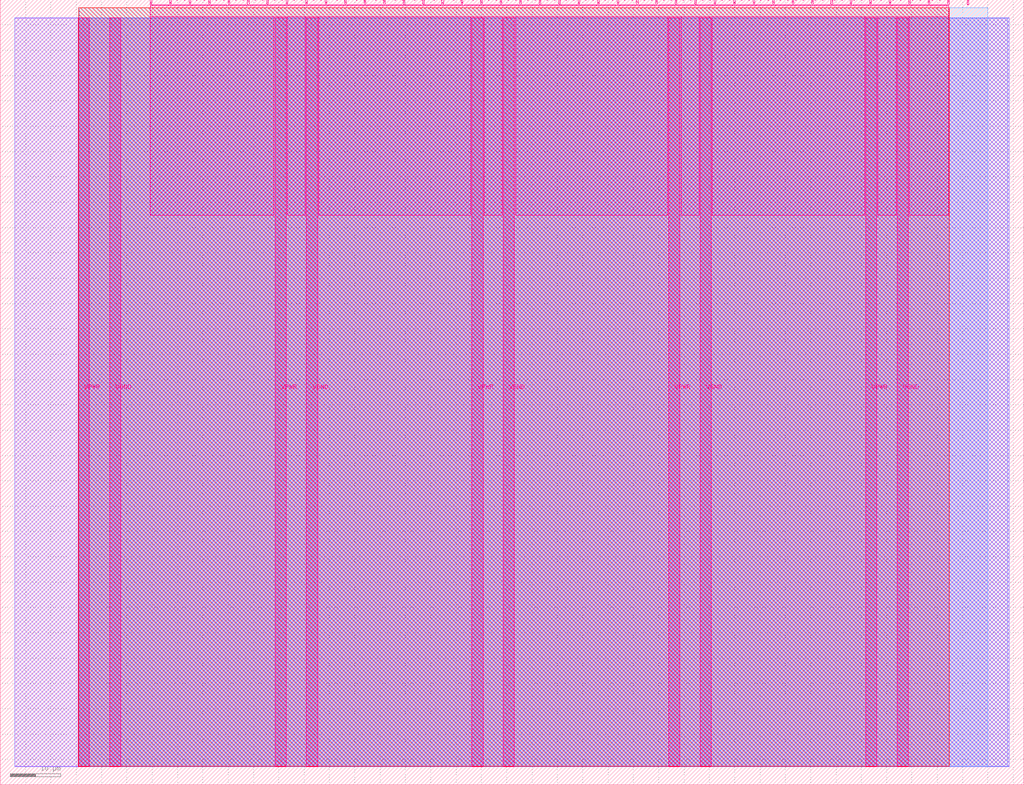
<source format=lef>
VERSION 5.7 ;
  NOWIREEXTENSIONATPIN ON ;
  DIVIDERCHAR "/" ;
  BUSBITCHARS "[]" ;
MACRO tt_um_wokwi_group_7
  CLASS BLOCK ;
  FOREIGN tt_um_wokwi_group_7 ;
  ORIGIN 0.000 0.000 ;
  SIZE 202.080 BY 154.980 ;
  PIN VGND
    DIRECTION INOUT ;
    USE GROUND ;
    PORT
      LAYER Metal5 ;
        RECT 21.580 3.560 23.780 151.420 ;
    END
    PORT
      LAYER Metal5 ;
        RECT 60.450 3.560 62.650 151.420 ;
    END
    PORT
      LAYER Metal5 ;
        RECT 99.320 3.560 101.520 151.420 ;
    END
    PORT
      LAYER Metal5 ;
        RECT 138.190 3.560 140.390 151.420 ;
    END
    PORT
      LAYER Metal5 ;
        RECT 177.060 3.560 179.260 151.420 ;
    END
  END VGND
  PIN VPWR
    DIRECTION INOUT ;
    USE POWER ;
    PORT
      LAYER Metal5 ;
        RECT 15.380 3.560 17.580 151.420 ;
    END
    PORT
      LAYER Metal5 ;
        RECT 54.250 3.560 56.450 151.420 ;
    END
    PORT
      LAYER Metal5 ;
        RECT 93.120 3.560 95.320 151.420 ;
    END
    PORT
      LAYER Metal5 ;
        RECT 131.990 3.560 134.190 151.420 ;
    END
    PORT
      LAYER Metal5 ;
        RECT 170.860 3.560 173.060 151.420 ;
    END
  END VPWR
  PIN clk
    DIRECTION INPUT ;
    USE SIGNAL ;
    ANTENNAGATEAREA 0.213200 ;
    PORT
      LAYER Metal5 ;
        RECT 187.050 153.980 187.350 154.980 ;
    END
  END clk
  PIN ena
    DIRECTION INPUT ;
    USE SIGNAL ;
    PORT
      LAYER Metal5 ;
        RECT 190.890 153.980 191.190 154.980 ;
    END
  END ena
  PIN rst_n
    DIRECTION INPUT ;
    USE SIGNAL ;
    PORT
      LAYER Metal5 ;
        RECT 183.210 153.980 183.510 154.980 ;
    END
  END rst_n
  PIN ui_in[0]
    DIRECTION INPUT ;
    USE SIGNAL ;
    ANTENNAGATEAREA 0.180700 ;
    PORT
      LAYER Metal5 ;
        RECT 179.370 153.980 179.670 154.980 ;
    END
  END ui_in[0]
  PIN ui_in[1]
    DIRECTION INPUT ;
    USE SIGNAL ;
    ANTENNAGATEAREA 0.393900 ;
    PORT
      LAYER Metal5 ;
        RECT 175.530 153.980 175.830 154.980 ;
    END
  END ui_in[1]
  PIN ui_in[2]
    DIRECTION INPUT ;
    USE SIGNAL ;
    ANTENNAGATEAREA 0.180700 ;
    PORT
      LAYER Metal5 ;
        RECT 171.690 153.980 171.990 154.980 ;
    END
  END ui_in[2]
  PIN ui_in[3]
    DIRECTION INPUT ;
    USE SIGNAL ;
    ANTENNAGATEAREA 0.180700 ;
    PORT
      LAYER Metal5 ;
        RECT 167.850 153.980 168.150 154.980 ;
    END
  END ui_in[3]
  PIN ui_in[4]
    DIRECTION INPUT ;
    USE SIGNAL ;
    ANTENNAGATEAREA 0.213200 ;
    PORT
      LAYER Metal5 ;
        RECT 164.010 153.980 164.310 154.980 ;
    END
  END ui_in[4]
  PIN ui_in[5]
    DIRECTION INPUT ;
    USE SIGNAL ;
    ANTENNAGATEAREA 0.213200 ;
    PORT
      LAYER Metal5 ;
        RECT 160.170 153.980 160.470 154.980 ;
    END
  END ui_in[5]
  PIN ui_in[6]
    DIRECTION INPUT ;
    USE SIGNAL ;
    ANTENNAGATEAREA 0.213200 ;
    PORT
      LAYER Metal5 ;
        RECT 156.330 153.980 156.630 154.980 ;
    END
  END ui_in[6]
  PIN ui_in[7]
    DIRECTION INPUT ;
    USE SIGNAL ;
    ANTENNAGATEAREA 0.213200 ;
    PORT
      LAYER Metal5 ;
        RECT 152.490 153.980 152.790 154.980 ;
    END
  END ui_in[7]
  PIN uio_in[0]
    DIRECTION INPUT ;
    USE SIGNAL ;
    ANTENNAGATEAREA 0.180700 ;
    PORT
      LAYER Metal5 ;
        RECT 148.650 153.980 148.950 154.980 ;
    END
  END uio_in[0]
  PIN uio_in[1]
    DIRECTION INPUT ;
    USE SIGNAL ;
    ANTENNAGATEAREA 0.180700 ;
    PORT
      LAYER Metal5 ;
        RECT 144.810 153.980 145.110 154.980 ;
    END
  END uio_in[1]
  PIN uio_in[2]
    DIRECTION INPUT ;
    USE SIGNAL ;
    ANTENNAGATEAREA 0.213200 ;
    PORT
      LAYER Metal5 ;
        RECT 140.970 153.980 141.270 154.980 ;
    END
  END uio_in[2]
  PIN uio_in[3]
    DIRECTION INPUT ;
    USE SIGNAL ;
    ANTENNAGATEAREA 0.213200 ;
    PORT
      LAYER Metal5 ;
        RECT 137.130 153.980 137.430 154.980 ;
    END
  END uio_in[3]
  PIN uio_in[4]
    DIRECTION INPUT ;
    USE SIGNAL ;
    PORT
      LAYER Metal5 ;
        RECT 133.290 153.980 133.590 154.980 ;
    END
  END uio_in[4]
  PIN uio_in[5]
    DIRECTION INPUT ;
    USE SIGNAL ;
    PORT
      LAYER Metal5 ;
        RECT 129.450 153.980 129.750 154.980 ;
    END
  END uio_in[5]
  PIN uio_in[6]
    DIRECTION INPUT ;
    USE SIGNAL ;
    PORT
      LAYER Metal5 ;
        RECT 125.610 153.980 125.910 154.980 ;
    END
  END uio_in[6]
  PIN uio_in[7]
    DIRECTION INPUT ;
    USE SIGNAL ;
    PORT
      LAYER Metal5 ;
        RECT 121.770 153.980 122.070 154.980 ;
    END
  END uio_in[7]
  PIN uio_oe[0]
    DIRECTION OUTPUT ;
    USE SIGNAL ;
    ANTENNADIFFAREA 0.299200 ;
    PORT
      LAYER Metal5 ;
        RECT 56.490 153.980 56.790 154.980 ;
    END
  END uio_oe[0]
  PIN uio_oe[1]
    DIRECTION OUTPUT ;
    USE SIGNAL ;
    ANTENNADIFFAREA 0.299200 ;
    PORT
      LAYER Metal5 ;
        RECT 52.650 153.980 52.950 154.980 ;
    END
  END uio_oe[1]
  PIN uio_oe[2]
    DIRECTION OUTPUT ;
    USE SIGNAL ;
    ANTENNADIFFAREA 0.299200 ;
    PORT
      LAYER Metal5 ;
        RECT 48.810 153.980 49.110 154.980 ;
    END
  END uio_oe[2]
  PIN uio_oe[3]
    DIRECTION OUTPUT ;
    USE SIGNAL ;
    ANTENNADIFFAREA 0.299200 ;
    PORT
      LAYER Metal5 ;
        RECT 44.970 153.980 45.270 154.980 ;
    END
  END uio_oe[3]
  PIN uio_oe[4]
    DIRECTION OUTPUT ;
    USE SIGNAL ;
    ANTENNADIFFAREA 0.299200 ;
    PORT
      LAYER Metal5 ;
        RECT 41.130 153.980 41.430 154.980 ;
    END
  END uio_oe[4]
  PIN uio_oe[5]
    DIRECTION OUTPUT ;
    USE SIGNAL ;
    ANTENNADIFFAREA 0.299200 ;
    PORT
      LAYER Metal5 ;
        RECT 37.290 153.980 37.590 154.980 ;
    END
  END uio_oe[5]
  PIN uio_oe[6]
    DIRECTION OUTPUT ;
    USE SIGNAL ;
    ANTENNADIFFAREA 0.299200 ;
    PORT
      LAYER Metal5 ;
        RECT 33.450 153.980 33.750 154.980 ;
    END
  END uio_oe[6]
  PIN uio_oe[7]
    DIRECTION OUTPUT ;
    USE SIGNAL ;
    ANTENNADIFFAREA 0.299200 ;
    PORT
      LAYER Metal5 ;
        RECT 29.610 153.980 29.910 154.980 ;
    END
  END uio_oe[7]
  PIN uio_out[0]
    DIRECTION OUTPUT ;
    USE SIGNAL ;
    ANTENNADIFFAREA 0.299200 ;
    PORT
      LAYER Metal5 ;
        RECT 87.210 153.980 87.510 154.980 ;
    END
  END uio_out[0]
  PIN uio_out[1]
    DIRECTION OUTPUT ;
    USE SIGNAL ;
    ANTENNADIFFAREA 0.299200 ;
    PORT
      LAYER Metal5 ;
        RECT 83.370 153.980 83.670 154.980 ;
    END
  END uio_out[1]
  PIN uio_out[2]
    DIRECTION OUTPUT ;
    USE SIGNAL ;
    ANTENNADIFFAREA 0.299200 ;
    PORT
      LAYER Metal5 ;
        RECT 79.530 153.980 79.830 154.980 ;
    END
  END uio_out[2]
  PIN uio_out[3]
    DIRECTION OUTPUT ;
    USE SIGNAL ;
    ANTENNADIFFAREA 0.299200 ;
    PORT
      LAYER Metal5 ;
        RECT 75.690 153.980 75.990 154.980 ;
    END
  END uio_out[3]
  PIN uio_out[4]
    DIRECTION OUTPUT ;
    USE SIGNAL ;
    ANTENNADIFFAREA 0.299200 ;
    PORT
      LAYER Metal5 ;
        RECT 71.850 153.980 72.150 154.980 ;
    END
  END uio_out[4]
  PIN uio_out[5]
    DIRECTION OUTPUT ;
    USE SIGNAL ;
    ANTENNADIFFAREA 0.299200 ;
    PORT
      LAYER Metal5 ;
        RECT 68.010 153.980 68.310 154.980 ;
    END
  END uio_out[5]
  PIN uio_out[6]
    DIRECTION OUTPUT ;
    USE SIGNAL ;
    ANTENNADIFFAREA 0.299200 ;
    PORT
      LAYER Metal5 ;
        RECT 64.170 153.980 64.470 154.980 ;
    END
  END uio_out[6]
  PIN uio_out[7]
    DIRECTION OUTPUT ;
    USE SIGNAL ;
    ANTENNADIFFAREA 0.299200 ;
    PORT
      LAYER Metal5 ;
        RECT 60.330 153.980 60.630 154.980 ;
    END
  END uio_out[7]
  PIN uo_out[0]
    DIRECTION OUTPUT ;
    USE SIGNAL ;
    ANTENNADIFFAREA 1.102800 ;
    PORT
      LAYER Metal5 ;
        RECT 117.930 153.980 118.230 154.980 ;
    END
  END uo_out[0]
  PIN uo_out[1]
    DIRECTION OUTPUT ;
    USE SIGNAL ;
    ANTENNADIFFAREA 0.958400 ;
    PORT
      LAYER Metal5 ;
        RECT 114.090 153.980 114.390 154.980 ;
    END
  END uo_out[1]
  PIN uo_out[2]
    DIRECTION OUTPUT ;
    USE SIGNAL ;
    ANTENNADIFFAREA 0.958400 ;
    PORT
      LAYER Metal5 ;
        RECT 110.250 153.980 110.550 154.980 ;
    END
  END uo_out[2]
  PIN uo_out[3]
    DIRECTION OUTPUT ;
    USE SIGNAL ;
    ANTENNADIFFAREA 0.958400 ;
    PORT
      LAYER Metal5 ;
        RECT 106.410 153.980 106.710 154.980 ;
    END
  END uo_out[3]
  PIN uo_out[4]
    DIRECTION OUTPUT ;
    USE SIGNAL ;
    ANTENNADIFFAREA 1.102800 ;
    PORT
      LAYER Metal5 ;
        RECT 102.570 153.980 102.870 154.980 ;
    END
  END uo_out[4]
  PIN uo_out[5]
    DIRECTION OUTPUT ;
    USE SIGNAL ;
    ANTENNADIFFAREA 1.135700 ;
    PORT
      LAYER Metal5 ;
        RECT 98.730 153.980 99.030 154.980 ;
    END
  END uo_out[5]
  PIN uo_out[6]
    DIRECTION OUTPUT ;
    USE SIGNAL ;
    ANTENNADIFFAREA 1.102800 ;
    PORT
      LAYER Metal5 ;
        RECT 94.890 153.980 95.190 154.980 ;
    END
  END uo_out[6]
  PIN uo_out[7]
    DIRECTION OUTPUT ;
    USE SIGNAL ;
    ANTENNADIFFAREA 1.135700 ;
    PORT
      LAYER Metal5 ;
        RECT 91.050 153.980 91.350 154.980 ;
    END
  END uo_out[7]
  OBS
      LAYER GatPoly ;
        RECT 2.880 3.630 199.200 151.350 ;
      LAYER Metal1 ;
        RECT 2.880 3.560 199.200 151.420 ;
      LAYER Metal2 ;
        RECT 15.515 3.680 198.865 151.300 ;
      LAYER Metal3 ;
        RECT 15.560 3.635 194.980 153.445 ;
      LAYER Metal4 ;
        RECT 15.515 3.680 187.345 153.400 ;
      LAYER Metal5 ;
        RECT 30.120 153.770 33.240 153.980 ;
        RECT 33.960 153.770 37.080 153.980 ;
        RECT 37.800 153.770 40.920 153.980 ;
        RECT 41.640 153.770 44.760 153.980 ;
        RECT 45.480 153.770 48.600 153.980 ;
        RECT 49.320 153.770 52.440 153.980 ;
        RECT 53.160 153.770 56.280 153.980 ;
        RECT 57.000 153.770 60.120 153.980 ;
        RECT 60.840 153.770 63.960 153.980 ;
        RECT 64.680 153.770 67.800 153.980 ;
        RECT 68.520 153.770 71.640 153.980 ;
        RECT 72.360 153.770 75.480 153.980 ;
        RECT 76.200 153.770 79.320 153.980 ;
        RECT 80.040 153.770 83.160 153.980 ;
        RECT 83.880 153.770 87.000 153.980 ;
        RECT 87.720 153.770 90.840 153.980 ;
        RECT 91.560 153.770 94.680 153.980 ;
        RECT 95.400 153.770 98.520 153.980 ;
        RECT 99.240 153.770 102.360 153.980 ;
        RECT 103.080 153.770 106.200 153.980 ;
        RECT 106.920 153.770 110.040 153.980 ;
        RECT 110.760 153.770 113.880 153.980 ;
        RECT 114.600 153.770 117.720 153.980 ;
        RECT 118.440 153.770 121.560 153.980 ;
        RECT 122.280 153.770 125.400 153.980 ;
        RECT 126.120 153.770 129.240 153.980 ;
        RECT 129.960 153.770 133.080 153.980 ;
        RECT 133.800 153.770 136.920 153.980 ;
        RECT 137.640 153.770 140.760 153.980 ;
        RECT 141.480 153.770 144.600 153.980 ;
        RECT 145.320 153.770 148.440 153.980 ;
        RECT 149.160 153.770 152.280 153.980 ;
        RECT 153.000 153.770 156.120 153.980 ;
        RECT 156.840 153.770 159.960 153.980 ;
        RECT 160.680 153.770 163.800 153.980 ;
        RECT 164.520 153.770 167.640 153.980 ;
        RECT 168.360 153.770 171.480 153.980 ;
        RECT 172.200 153.770 175.320 153.980 ;
        RECT 176.040 153.770 179.160 153.980 ;
        RECT 179.880 153.770 183.000 153.980 ;
        RECT 183.720 153.770 186.840 153.980 ;
        RECT 29.660 151.630 187.300 153.770 ;
        RECT 29.660 112.415 54.040 151.630 ;
        RECT 56.660 112.415 60.240 151.630 ;
        RECT 62.860 112.415 92.910 151.630 ;
        RECT 95.530 112.415 99.110 151.630 ;
        RECT 101.730 112.415 131.780 151.630 ;
        RECT 134.400 112.415 137.980 151.630 ;
        RECT 140.600 112.415 170.650 151.630 ;
        RECT 173.270 112.415 176.850 151.630 ;
        RECT 179.470 112.415 187.300 151.630 ;
  END
END tt_um_wokwi_group_7
END LIBRARY


</source>
